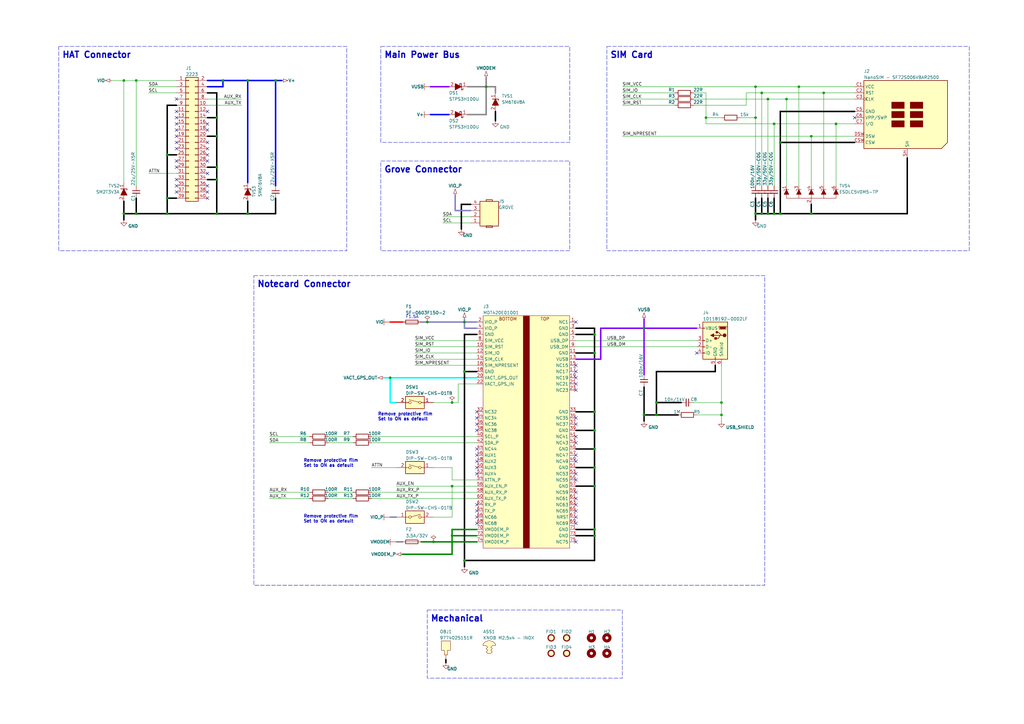
<source format=kicad_sch>
(kicad_sch (version 20230121) (generator eeschema)
  (paper "A3")
  (title_block (title "Notecarrier-Pi") (date "DRAFT") (rev "A") (comment 1 "Blues Inc") (comment 2 "Heath Raftery"))
  (junction (at 50.8 87.63))
  (junction (at 243.84 199.39))
  (junction (at 295.91 165.1))
  (junction (at 243.84 144.78))
  (junction (at 312.42 87.63))
  (junction (at 185.42 219.71))
  (junction (at 88.9 68.58))
  (junction (at 55.88 33.02))
  (junction (at 91.44 33.02))
  (junction (at 264.16 170.18))
  (junction (at 332.74 55.88))
  (junction (at 243.84 184.15))
  (junction (at 88.9 73.66))
  (junction (at 314.96 40.64))
  (junction (at 289.56 48.26))
  (junction (at 68.58 81.28))
  (junction (at 185.42 199.39))
  (junction (at 314.96 87.63))
  (junction (at 190.5 229.87))
  (junction (at 101.6 33.02))
  (junction (at 320.04 58.42))
  (junction (at 160.02 154.94))
  (junction (at 101.6 87.63))
  (junction (at 342.9 50.8))
  (junction (at 317.5 87.63))
  (junction (at 317.5 50.8))
  (junction (at 269.24 165.1))
  (junction (at 309.88 48.26))
  (junction (at 327.66 35.56))
  (junction (at 50.8 33.02))
  (junction (at 243.84 217.17))
  (junction (at 264.16 134.62))
  (junction (at 243.84 219.71))
  (junction (at 190.5 132.08))
  (junction (at 185.42 165.1))
  (junction (at 55.88 87.63))
  (junction (at 177.8 222.25))
  (junction (at 312.42 38.1))
  (junction (at 320.04 87.63))
  (junction (at 88.9 87.63))
  (junction (at 185.42 222.25))
  (junction (at 175.26 132.08))
  (junction (at 337.82 38.1))
  (junction (at 295.91 170.18))
  (junction (at 243.84 176.53))
  (junction (at 68.58 87.63))
  (junction (at 269.24 170.18))
  (junction (at 243.84 191.77))
  (junction (at 322.58 40.64))
  (junction (at 309.88 87.63))
  (junction (at 309.88 35.56))
  (junction (at 113.03 33.02))
  (junction (at 88.9 48.26))
  (junction (at 243.84 168.91))
  (junction (at 88.9 55.88))
  (junction (at 199.39 35.56))
  (junction (at 68.58 63.5))
  (junction (at 332.74 87.63))
  (junction (at 243.84 137.16))
  (junction (at 190.5 152.4))
  (no_connect (at 236.22 207.01))
  (no_connect (at 236.22 186.69))
  (no_connect (at 72.39 66.04))
  (no_connect (at 72.39 76.2))
  (no_connect (at 236.22 212.09))
  (no_connect (at 195.58 176.53))
  (no_connect (at 236.22 196.85))
  (no_connect (at 236.22 160.02))
  (no_connect (at 285.75 144.78))
  (no_connect (at 85.09 58.42))
  (no_connect (at 85.09 76.2))
  (no_connect (at 236.22 194.31))
  (no_connect (at 72.39 58.42))
  (no_connect (at 72.39 45.72))
  (no_connect (at 195.58 184.15))
  (no_connect (at 195.58 186.69))
  (no_connect (at 195.58 173.99))
  (no_connect (at 72.39 55.88))
  (no_connect (at 195.58 212.09))
  (no_connect (at 72.39 48.26))
  (no_connect (at 72.39 50.8))
  (no_connect (at 85.09 66.04))
  (no_connect (at 195.58 207.01))
  (no_connect (at 236.22 149.86))
  (no_connect (at 236.22 173.99))
  (no_connect (at 236.22 204.47))
  (no_connect (at 350.52 48.26))
  (no_connect (at 236.22 189.23))
  (no_connect (at 85.09 50.8))
  (no_connect (at 195.58 191.77))
  (no_connect (at 195.58 214.63))
  (no_connect (at 85.09 81.28))
  (no_connect (at 236.22 209.55))
  (no_connect (at 85.09 78.74))
  (no_connect (at 195.58 189.23))
  (no_connect (at 85.09 45.72))
  (no_connect (at 195.58 194.31))
  (no_connect (at 195.58 171.45))
  (no_connect (at 85.09 63.5))
  (no_connect (at 195.58 209.55))
  (no_connect (at 236.22 152.4))
  (no_connect (at 236.22 222.25))
  (no_connect (at 72.39 68.58))
  (no_connect (at 236.22 132.08))
  (no_connect (at 85.09 53.34))
  (no_connect (at 72.39 60.96))
  (no_connect (at 236.22 154.94))
  (no_connect (at 72.39 78.74))
  (no_connect (at 72.39 40.64))
  (no_connect (at 72.39 53.34))
  (no_connect (at 236.22 181.61))
  (no_connect (at 195.58 168.91))
  (no_connect (at 236.22 171.45))
  (no_connect (at 236.22 201.93))
  (no_connect (at 85.09 60.96))
  (no_connect (at 236.22 157.48))
  (no_connect (at 236.22 214.63))
  (no_connect (at 72.39 73.66))
  (no_connect (at 236.22 179.07))
  (no_connect (at 85.09 71.12))
  (wire (pts (xy 189.23 83.82) (xy 189.23 93.98)) (stroke (width 0.6) (color 0 0 0 1)))
  (wire (pts (xy 246.38 134.62) (xy 246.38 147.32)) (stroke (width 0.6) (color 128 0 255 1)))
  (wire (pts (xy 255.27 38.1) (xy 276.86 38.1)))
  (wire (pts (xy 88.9 55.88) (xy 88.9 68.58)) (stroke (width 0.6) (color 0 0 0 1)))
  (wire (pts (xy 342.9 50.8) (xy 350.52 50.8)))
  (wire (pts (xy 195.58 157.48) (xy 187.96 157.48)))
  (wire (pts (xy 55.88 87.63) (xy 55.88 81.28)) (stroke (width 0.6) (color 0 0 0 1)))
  (wire (pts (xy 185.42 217.17) (xy 185.42 219.71)) (stroke (width 0.6) (color 0 132 0 1)))
  (wire (pts (xy 199.39 31.75) (xy 199.39 35.56)) (stroke (width 0.6) (color 132 132 132 1)))
  (wire (pts (xy 172.72 222.25) (xy 177.8 222.25)) (stroke (width 0.6) (color 0 132 0 1)))
  (wire (pts (xy 293.37 152.4) (xy 293.37 149.86)) (stroke (width 0.6) (color 0 0 0 1)))
  (wire (pts (xy 113.03 33.02) (xy 115.57 33.02)) (stroke (width 0.6) (color 0 0 255 1)))
  (wire (pts (xy 303.53 48.26) (xy 309.88 48.26)))
  (wire (pts (xy 50.8 87.63) (xy 50.8 82.55)) (stroke (width 0.6) (color 0 0 0 1)))
  (wire (pts (xy 289.56 50.8) (xy 317.5 50.8)))
  (wire (pts (xy 269.24 152.4) (xy 293.37 152.4)) (stroke (width 0.6) (color 0 0 0 1)))
  (wire (pts (xy 185.42 199.39) (xy 195.58 199.39)))
  (wire (pts (xy 372.11 87.63) (xy 372.11 64.77)) (stroke (width 0.6) (color 0 0 0 1)))
  (wire (pts (xy 85.09 33.02) (xy 91.44 33.02)) (stroke (width 0.6) (color 0 0 255 1)))
  (wire (pts (xy 189.23 83.82) (xy 193.04 83.82)) (stroke (width 0.6) (color 0 0 0 1)))
  (wire (pts (xy 172.72 132.08) (xy 175.26 132.08)) (stroke (width 0.6) (color 128 128 192 1)))
  (wire (pts (xy 72.39 35.56) (xy 60.96 35.56)))
  (wire (pts (xy 295.91 170.18) (xy 285.75 170.18)))
  (wire (pts (xy 199.39 35.56) (xy 199.39 46.99)) (stroke (width 0.6) (color 132 132 132 1)))
  (wire (pts (xy 88.9 73.66) (xy 85.09 73.66)) (stroke (width 0.6) (color 0 0 0 1)))
  (wire (pts (xy 264.16 134.62) (xy 264.16 130.81)) (stroke (width 0.6) (color 128 0 255 1)))
  (wire (pts (xy 91.44 33.02) (xy 91.44 35.56)) (stroke (width 0.6) (color 0 0 255 1)))
  (wire (pts (xy 269.24 165.1) (xy 279.4 165.1)) (stroke (width 0.6) (color 0 0 0 1)))
  (wire (pts (xy 185.42 219.71) (xy 185.42 222.25)) (stroke (width 0.6) (color 0 132 0 1)))
  (wire (pts (xy 55.88 33.02) (xy 72.39 33.02)))
  (wire (pts (xy 160.02 132.08) (xy 165.1 132.08)) (stroke (width 0.6) (color 255 0 0 1)))
  (wire (pts (xy 185.42 212.09) (xy 185.42 199.39)))
  (wire (pts (xy 264.16 134.62) (xy 285.75 134.62)) (stroke (width 0.6) (color 128 0 255 1)))
  (wire (pts (xy 134.62 201.93) (xy 144.78 201.93)))
  (wire (pts (xy 68.58 43.18) (xy 68.58 63.5)) (stroke (width 0.6) (color 0 0 0 1)))
  (wire (pts (xy 320.04 45.72) (xy 350.52 45.72)) (stroke (width 0.6) (color 0 0 0 1)))
  (wire (pts (xy 246.38 147.32) (xy 236.22 147.32)) (stroke (width 0.6) (color 128 0 255 1)))
  (wire (pts (xy 190.5 134.62) (xy 190.5 132.08)) (stroke (width 0.6) (color 128 128 192 1)))
  (wire (pts (xy 243.84 191.77) (xy 243.84 199.39)) (stroke (width 0.6) (color 0 0 0 1)))
  (wire (pts (xy 243.84 134.62) (xy 243.84 137.16)) (stroke (width 0.6) (color 0 0 0 1)))
  (wire (pts (xy 264.16 172.72) (xy 264.16 170.18)) (stroke (width 0.6) (color 0 0 0 1)))
  (wire (pts (xy 312.42 38.1) (xy 337.82 38.1)))
  (wire (pts (xy 160.02 212.09) (xy 162.56 212.09)) (stroke (width 0.6) (color 128 128 192 1)))
  (wire (pts (xy 269.24 152.4) (xy 269.24 165.1)) (stroke (width 0.6) (color 0 0 0 1)))
  (wire (pts (xy 162.56 222.25) (xy 165.1 222.25)) (stroke (width 0.6) (color 132 132 132 1)))
  (wire (pts (xy 182.88 270.51) (xy 182.88 271.78)) (stroke (width 0.6) (color 0 0 0 1)))
  (wire (pts (xy 203.2 49.53) (xy 203.2 45.72)) (stroke (width 0.6) (color 0 0 0 1)))
  (wire (pts (xy 284.48 40.64) (xy 314.96 40.64)))
  (wire (pts (xy 113.03 81.28) (xy 113.03 87.63)) (stroke (width 0.6) (color 0 0 0 1)))
  (wire (pts (xy 134.62 181.61) (xy 144.78 181.61)))
  (wire (pts (xy 332.74 55.88) (xy 332.74 76.2)))
  (wire (pts (xy 190.5 137.16) (xy 190.5 152.4)) (stroke (width 0.6) (color 0 0 0 1)))
  (wire (pts (xy 110.49 204.47) (xy 127 204.47)))
  (wire (pts (xy 236.22 134.62) (xy 243.84 134.62)) (stroke (width 0.6) (color 0 0 0 1)))
  (wire (pts (xy 185.42 219.71) (xy 195.58 219.71)) (stroke (width 0.6) (color 0 132 0 1)))
  (wire (pts (xy 236.22 184.15) (xy 243.84 184.15)) (stroke (width 0.6) (color 0 0 0 1)))
  (wire (pts (xy 91.44 35.56) (xy 85.09 35.56)) (stroke (width 0.6) (color 0 0 255 1)))
  (wire (pts (xy 284.48 43.18) (xy 306.07 43.18)))
  (wire (pts (xy 199.39 35.56) (xy 191.77 35.56)) (stroke (width 0.6) (color 132 132 132 1)))
  (wire (pts (xy 91.44 33.02) (xy 101.6 33.02)) (stroke (width 0.6) (color 0 0 255 1)))
  (wire (pts (xy 186.69 86.36) (xy 193.04 86.36)) (stroke (width 0.6) (color 128 128 192 1)))
  (wire (pts (xy 332.74 87.63) (xy 372.11 87.63)) (stroke (width 0.6) (color 0 0 0 1)))
  (wire (pts (xy 110.49 179.07) (xy 127 179.07)))
  (wire (pts (xy 243.84 184.15) (xy 243.84 191.77)) (stroke (width 0.6) (color 0 0 0 1)))
  (wire (pts (xy 101.6 87.63) (xy 113.03 87.63)) (stroke (width 0.6) (color 0 0 0 1)))
  (wire (pts (xy 322.58 76.2) (xy 322.58 40.64)))
  (wire (pts (xy 170.18 139.7) (xy 195.58 139.7)))
  (wire (pts (xy 337.82 38.1) (xy 337.82 76.2)))
  (wire (pts (xy 190.5 130.81) (xy 190.5 132.08)) (stroke (width 0.6) (color 128 128 192 1)))
  (wire (pts (xy 184.15 46.99) (xy 176.53 46.99)) (stroke (width 0.6) (color 0 0 255 1)))
  (wire (pts (xy 269.24 165.1) (xy 269.24 170.18)) (stroke (width 0.6) (color 0 0 0 1)))
  (wire (pts (xy 152.4 191.77) (xy 162.56 191.77)))
  (wire (pts (xy 50.8 33.02) (xy 55.88 33.02)))
  (wire (pts (xy 72.39 43.18) (xy 68.58 43.18)) (stroke (width 0.6) (color 0 0 0 1)))
  (wire (pts (xy 160.02 165.1) (xy 162.56 165.1)) (stroke (width 0.6) (color 0 255 255 1)))
  (wire (pts (xy 320.04 87.63) (xy 332.74 87.63)) (stroke (width 0.6) (color 0 0 0 1)))
  (wire (pts (xy 72.39 38.1) (xy 60.96 38.1)))
  (wire (pts (xy 255.27 55.88) (xy 332.74 55.88)))
  (wire (pts (xy 243.84 199.39) (xy 243.84 217.17)) (stroke (width 0.6) (color 0 0 0 1)))
  (wire (pts (xy 160.02 154.94) (xy 195.58 154.94)) (stroke (width 0.6) (color 0 255 255 1)))
  (wire (pts (xy 177.8 191.77) (xy 185.42 191.77)))
  (wire (pts (xy 55.88 87.63) (xy 68.58 87.63)) (stroke (width 0.6) (color 0 0 0 1)))
  (wire (pts (xy 255.27 43.18) (xy 276.86 43.18)))
  (wire (pts (xy 332.74 83.82) (xy 332.74 87.63)) (stroke (width 0.6) (color 0 0 0 1)))
  (wire (pts (xy 236.22 219.71) (xy 243.84 219.71)) (stroke (width 0.6) (color 0 0 0 1)))
  (wire (pts (xy 289.56 48.26) (xy 289.56 50.8)))
  (wire (pts (xy 152.4 204.47) (xy 195.58 204.47)))
  (wire (pts (xy 113.03 33.02) (xy 101.6 33.02)) (stroke (width 0.6) (color 0 0 255 1)))
  (wire (pts (xy 187.96 157.48) (xy 187.96 165.1)))
  (wire (pts (xy 88.9 55.88) (xy 85.09 55.88)) (stroke (width 0.6) (color 0 0 0 1)))
  (wire (pts (xy 134.62 204.47) (xy 144.78 204.47)))
  (wire (pts (xy 190.5 229.87) (xy 190.5 232.41)) (stroke (width 0.6) (color 0 0 0 1)))
  (wire (pts (xy 190.5 229.87) (xy 243.84 229.87)) (stroke (width 0.6) (color 0 0 0 1)))
  (wire (pts (xy 309.88 35.56) (xy 327.66 35.56)))
  (wire (pts (xy 284.48 38.1) (xy 289.56 38.1)))
  (wire (pts (xy 157.48 154.94) (xy 160.02 154.94)) (stroke (width 0.6) (color 0 255 255 1)))
  (wire (pts (xy 170.18 142.24) (xy 195.58 142.24)))
  (wire (pts (xy 68.58 63.5) (xy 68.58 81.28)) (stroke (width 0.6) (color 0 0 0 1)))
  (wire (pts (xy 110.49 181.61) (xy 127 181.61)))
  (wire (pts (xy 177.8 212.09) (xy 185.42 212.09)))
  (wire (pts (xy 68.58 87.63) (xy 88.9 87.63)) (stroke (width 0.6) (color 0 0 0 1)))
  (wire (pts (xy 327.66 35.56) (xy 327.66 76.2)))
  (wire (pts (xy 85.09 40.64) (xy 99.06 40.64)))
  (wire (pts (xy 110.49 201.93) (xy 127 201.93)))
  (wire (pts (xy 332.74 55.88) (xy 350.52 55.88)))
  (wire (pts (xy 236.22 137.16) (xy 243.84 137.16)) (stroke (width 0.6) (color 0 0 0 1)))
  (wire (pts (xy 309.88 48.26) (xy 309.88 76.2)))
  (wire (pts (xy 236.22 144.78) (xy 243.84 144.78)) (stroke (width 0.6) (color 0 0 0 1)))
  (wire (pts (xy 160.02 154.94) (xy 160.02 165.1)) (stroke (width 0.6) (color 0 255 255 1)))
  (wire (pts (xy 203.2 35.56) (xy 199.39 35.56)) (stroke (width 0.6) (color 132 132 132 1)))
  (wire (pts (xy 284.48 165.1) (xy 295.91 165.1)))
  (wire (pts (xy 243.84 144.78) (xy 243.84 168.91)) (stroke (width 0.6) (color 0 0 0 1)))
  (wire (pts (xy 152.4 179.07) (xy 195.58 179.07)))
  (wire (pts (xy 185.42 196.85) (xy 195.58 196.85)))
  (wire (pts (xy 317.5 50.8) (xy 317.5 76.2)))
  (wire (pts (xy 312.42 81.28) (xy 312.42 87.63)) (stroke (width 0.6) (color 0 0 0 1)))
  (wire (pts (xy 320.04 58.42) (xy 350.52 58.42)) (stroke (width 0.6) (color 0 0 0 1)))
  (wire (pts (xy 317.5 81.28) (xy 317.5 87.63)) (stroke (width 0.6) (color 0 0 0 1)))
  (wire (pts (xy 176.53 35.56) (xy 184.15 35.56)) (stroke (width 0.6) (color 128 0 255 1)))
  (wire (pts (xy 88.9 68.58) (xy 85.09 68.58)) (stroke (width 0.6) (color 0 0 0 1)))
  (wire (pts (xy 185.42 222.25) (xy 185.42 227.33)) (stroke (width 0.6) (color 0 132 0 1)))
  (wire (pts (xy 101.6 82.55) (xy 101.6 87.63)) (stroke (width 0.6) (color 0 0 0 1)))
  (wire (pts (xy 309.88 35.56) (xy 309.88 48.26)))
  (wire (pts (xy 306.07 38.1) (xy 306.07 43.18)))
  (wire (pts (xy 175.26 132.08) (xy 190.5 132.08)) (stroke (width 0.6) (color 128 128 192 1)))
  (wire (pts (xy 162.56 199.39) (xy 185.42 199.39)))
  (wire (pts (xy 170.18 149.86) (xy 195.58 149.86)))
  (wire (pts (xy 185.42 191.77) (xy 185.42 196.85)))
  (wire (pts (xy 68.58 81.28) (xy 68.58 87.63)) (stroke (width 0.6) (color 0 0 0 1)))
  (wire (pts (xy 88.9 87.63) (xy 101.6 87.63)) (stroke (width 0.6) (color 0 0 0 1)))
  (wire (pts (xy 236.22 139.7) (xy 285.75 139.7)))
  (wire (pts (xy 55.88 33.02) (xy 55.88 76.2)))
  (wire (pts (xy 322.58 40.64) (xy 350.52 40.64)))
  (wire (pts (xy 186.69 80.01) (xy 186.69 86.36)) (stroke (width 0.6) (color 128 128 192 1)))
  (wire (pts (xy 243.84 168.91) (xy 243.84 176.53)) (stroke (width 0.6) (color 0 0 0 1)))
  (wire (pts (xy 68.58 63.5) (xy 72.39 63.5)) (stroke (width 0.6) (color 0 0 0 1)))
  (wire (pts (xy 187.96 165.1) (xy 185.42 165.1)))
  (wire (pts (xy 88.9 73.66) (xy 88.9 87.63)) (stroke (width 0.6) (color 0 0 0 1)))
  (wire (pts (xy 309.88 87.63) (xy 312.42 87.63)) (stroke (width 0.6) (color 0 0 0 1)))
  (wire (pts (xy 314.96 76.2) (xy 314.96 40.64)))
  (wire (pts (xy 190.5 137.16) (xy 195.58 137.16)) (stroke (width 0.6) (color 0 0 0 1)))
  (wire (pts (xy 314.96 81.28) (xy 314.96 87.63)) (stroke (width 0.6) (color 0 0 0 1)))
  (wire (pts (xy 190.5 152.4) (xy 195.58 152.4)) (stroke (width 0.6) (color 0 0 0 1)))
  (wire (pts (xy 88.9 38.1) (xy 88.9 48.26)) (stroke (width 0.6) (color 0 0 0 1)))
  (wire (pts (xy 264.16 158.75) (xy 264.16 170.18)) (stroke (width 0.6) (color 0 0 0 1)))
  (wire (pts (xy 185.42 217.17) (xy 195.58 217.17)) (stroke (width 0.6) (color 0 132 0 1)))
  (wire (pts (xy 243.84 137.16) (xy 243.84 144.78)) (stroke (width 0.6) (color 0 0 0 1)))
  (wire (pts (xy 255.27 35.56) (xy 309.88 35.56)))
  (wire (pts (xy 236.22 199.39) (xy 243.84 199.39)) (stroke (width 0.6) (color 0 0 0 1)))
  (wire (pts (xy 190.5 132.08) (xy 195.58 132.08)) (stroke (width 0.6) (color 128 128 192 1)))
  (wire (pts (xy 193.04 91.44) (xy 181.61 91.44)))
  (wire (pts (xy 295.91 165.1) (xy 295.91 149.86)))
  (wire (pts (xy 199.39 46.99) (xy 191.77 46.99)) (stroke (width 0.6) (color 132 132 132 1)))
  (wire (pts (xy 185.42 222.25) (xy 195.58 222.25)) (stroke (width 0.6) (color 0 132 0 1)))
  (wire (pts (xy 45.72 33.02) (xy 50.8 33.02)))
  (wire (pts (xy 170.18 144.78) (xy 195.58 144.78)))
  (wire (pts (xy 295.91 165.1) (xy 295.91 170.18)))
  (wire (pts (xy 236.22 217.17) (xy 243.84 217.17)) (stroke (width 0.6) (color 0 0 0 1)))
  (wire (pts (xy 152.4 201.93) (xy 195.58 201.93)))
  (wire (pts (xy 309.88 87.63) (xy 309.88 90.17)) (stroke (width 0.6) (color 0 0 0 1)))
  (wire (pts (xy 243.84 176.53) (xy 243.84 184.15)) (stroke (width 0.6) (color 0 0 0 1)))
  (wire (pts (xy 327.66 35.56) (xy 350.52 35.56)))
  (wire (pts (xy 152.4 181.61) (xy 195.58 181.61)))
  (wire (pts (xy 113.03 33.02) (xy 113.03 76.2)) (stroke (width 0.6) (color 0 0 255 1)))
  (wire (pts (xy 314.96 40.64) (xy 322.58 40.64)))
  (wire (pts (xy 88.9 48.26) (xy 85.09 48.26)) (stroke (width 0.6) (color 0 0 0 1)))
  (wire (pts (xy 312.42 87.63) (xy 314.96 87.63)) (stroke (width 0.6) (color 0 0 0 1)))
  (wire (pts (xy 170.18 147.32) (xy 195.58 147.32)))
  (wire (pts (xy 317.5 87.63) (xy 320.04 87.63)) (stroke (width 0.6) (color 0 0 0 1)))
  (wire (pts (xy 312.42 38.1) (xy 312.42 76.2)))
  (wire (pts (xy 88.9 38.1) (xy 85.09 38.1)) (stroke (width 0.6) (color 0 0 0 1)))
  (wire (pts (xy 193.04 88.9) (xy 181.61 88.9)))
  (wire (pts (xy 236.22 191.77) (xy 243.84 191.77)) (stroke (width 0.6) (color 0 0 0 1)))
  (wire (pts (xy 50.8 87.63) (xy 55.88 87.63)) (stroke (width 0.6) (color 0 0 0 1)))
  (wire (pts (xy 342.9 50.8) (xy 342.9 76.2)))
  (wire (pts (xy 243.84 217.17) (xy 243.84 219.71)) (stroke (width 0.6) (color 0 0 0 1)))
  (wire (pts (xy 72.39 71.12) (xy 60.96 71.12)))
  (wire (pts (xy 50.8 33.02) (xy 50.8 74.93)))
  (wire (pts (xy 264.16 153.67) (xy 264.16 134.62)) (stroke (width 0.6) (color 128 0 255 1)))
  (wire (pts (xy 246.38 134.62) (xy 264.16 134.62)) (stroke (width 0.6) (color 128 0 255 1)))
  (wire (pts (xy 85.09 43.18) (xy 99.06 43.18)))
  (wire (pts (xy 50.8 87.63) (xy 50.8 90.17)) (stroke (width 0.6) (color 0 0 0 1)))
  (wire (pts (xy 289.56 38.1) (xy 289.56 48.26)))
  (wire (pts (xy 314.96 87.63) (xy 317.5 87.63)) (stroke (width 0.6) (color 0 0 0 1)))
  (wire (pts (xy 88.9 48.26) (xy 88.9 55.88)) (stroke (width 0.6) (color 0 0 0 1)))
  (wire (pts (xy 134.62 179.07) (xy 144.78 179.07)))
  (wire (pts (xy 320.04 58.42) (xy 320.04 45.72)) (stroke (width 0.6) (color 0 0 0 1)))
  (wire (pts (xy 177.8 222.25) (xy 185.42 222.25)) (stroke (width 0.6) (color 0 132 0 1)))
  (wire (pts (xy 243.84 219.71) (xy 243.84 229.87)) (stroke (width 0.6) (color 0 0 0 1)))
  (wire (pts (xy 101.6 33.02) (xy 101.6 74.93)) (stroke (width 0.6) (color 0 0 255 1)))
  (wire (pts (xy 295.91 170.18) (xy 295.91 172.72)))
  (wire (pts (xy 165.1 227.33) (xy 185.42 227.33)) (stroke (width 0.6) (color 0 132 0 1)))
  (wire (pts (xy 306.07 38.1) (xy 312.42 38.1)))
  (wire (pts (xy 264.16 170.18) (xy 269.24 170.18)) (stroke (width 0.6) (color 0 0 0 1)))
  (wire (pts (xy 190.5 134.62) (xy 195.58 134.62)) (stroke (width 0.6) (color 128 128 192 1)))
  (wire (pts (xy 269.24 170.18) (xy 278.13 170.18)) (stroke (width 0.6) (color 0 0 0 1)))
  (wire (pts (xy 190.5 152.4) (xy 190.5 229.87)) (stroke (width 0.6) (color 0 0 0 1)))
  (wire (pts (xy 185.42 165.1) (xy 177.8 165.1)))
  (wire (pts (xy 320.04 58.42) (xy 320.04 87.63)) (stroke (width 0.6) (color 0 0 0 1)))
  (wire (pts (xy 203.2 35.56) (xy 203.2 38.1)) (stroke (width 0.6) (color 132 132 132 1)))
  (wire (pts (xy 255.27 40.64) (xy 276.86 40.64)))
  (wire (pts (xy 317.5 50.8) (xy 342.9 50.8)))
  (wire (pts (xy 309.88 81.28) (xy 309.88 87.63)) (stroke (width 0.6) (color 0 0 0 1)))
  (wire (pts (xy 236.22 142.24) (xy 285.75 142.24)))
  (wire (pts (xy 289.56 48.26) (xy 295.91 48.26)))
  (wire (pts (xy 236.22 168.91) (xy 243.84 168.91)) (stroke (width 0.6) (color 0 0 0 1)))
  (wire (pts (xy 236.22 176.53) (xy 243.84 176.53)) (stroke (width 0.6) (color 0 0 0 1)))
  (wire (pts (xy 337.82 38.1) (xy 350.52 38.1)))
  (wire (pts (xy 88.9 68.58) (xy 88.9 73.66)) (stroke (width 0.6) (color 0 0 0 1)))
  (wire (pts (xy 68.58 81.28) (xy 72.39 81.28)) (stroke (width 0.6) (color 0 0 0 1)))
  (rectangle (start 156.21 66.04) (end 233.68 102.87) (stroke (width 0) (type dash)))
  (rectangle (start 175.26 250.19) (end 255.27 278.13) (stroke (width 0) (type dash)))
  (rectangle (start 248.92 19.05) (end 397.51 102.87) (stroke (width 0) (type dash)))
  (rectangle (start 156.21 19.05) (end 233.68 58.42) (stroke (width 0) (type dash)))
  (rectangle (start 24.13 19.05) (end 142.24 102.87) (stroke (width 0) (type dash)))
  (rectangle (start 104.14 113.03) (end 313.69 240.03) (stroke (width 0) (type dash)))
  (text "Main Power Bus" (at 157.48 24.13 0) (effects (font (size 2.54 2.54) (thickness 0.508) bold) (justify left bottom)))
  (text "Remove protective film\nSet to ON as default" (at 154.94 172.72 0) (effects (font (size 1.27 1.27) (thickness 0.254) bold) (justify left bottom)))
  (text "Mechanical" (at 176.53 255.27 0) (effects (font (size 2.54 2.54) (thickness 0.508) bold) (justify left bottom)))
  (text "Remove protective film\nSet to ON as default" (at 124.46 191.77 0) (effects (font (size 1.27 1.27) (thickness 0.254) bold) (justify left bottom)))
  (text "Remove protective film\nSet to ON as default" (at 124.46 214.63 0) (effects (font (size 1.27 1.27) (thickness 0.254) bold) (justify left bottom)))
  (text "Grove Connector" (at 157.48 71.12 0) (effects (font (size 2.54 2.54) (thickness 0.508) bold) (justify left bottom)))
  (text "HAT Connector" (at 25.4 24.13 0) (effects (font (size 2.54 2.54) (thickness 0.508) bold) (justify left bottom)))
  (text "F1.5A" (at 166.37 130.81 0) (effects (font (size 1.27 1.27)) (justify left bottom)))
  (text "Notecard Connector" (at 105.41 118.11 0) (effects (font (size 2.54 2.54) (thickness 0.508) bold) (justify left bottom)))
  (text "SIM Card" (at 250.19 24.13 0) (effects (font (size 2.54 2.54) (thickness 0.508) bold) (justify left bottom)))
  (label "SIM_NPRESENT" (at 255.27 55.88 0))
  (label "AUX_RX" (at 99.06 40.64 180))
  (label "SDA" (at 60.96 35.56 0))
  (label "SIM_VCC" (at 170.18 139.7 0))
  (label "SCL" (at 110.49 179.07 0))
  (label "SIM_IO" (at 170.18 144.78 0))
  (label "AUX_RX_P" (at 162.56 201.93 0))
  (label "USB_DP" (at 248.92 139.7 0))
  (label "SDA" (at 110.49 181.61 0))
  (label "AUX_TX" (at 110.49 204.47 0))
  (label "AUX_RX" (at 110.49 201.93 0))
  (label "AUX_EN" (at 162.56 199.39 0))
  (label "USB_DM" (at 248.92 142.24 0))
  (label "SCL" (at 60.96 38.1 0))
  (label "SDA" (at 181.61 88.9 0))
  (label "SIM_IO" (at 255.27 38.1 0))
  (label "SIM_RST" (at 170.18 142.24 0))
  (label "AUX_TX_P" (at 162.56 204.47 0))
  (label "SIM_VCC" (at 255.27 35.56 0))
  (label "SIM_RST" (at 255.27 43.18 0))
  (label "SCL" (at 181.61 91.44 0))
  (label "AUX_TX" (at 99.06 43.18 180))
  (label "ATTN" (at 152.4 191.77 0))
  (label "SIM_CLK" (at 255.27 40.64 0))
  (label "SIM_NPRESENT" (at 170.18 149.86 0))
  (label "SIM_CLK" (at 170.18 147.32 0))
  (label "ATTN" (at 60.96 71.12 0))
  (symbol (lib_id "Device:Fuse") (at 168.91 222.25 90) (unit 1)
    (property "Reference" "F2" (at 167.64 217.17 90))
    (property "Value" "3.5A/32V" (at 166.37 219.71 90) (effects (justify right)))
    (property "Footprint" "blues-kicad-lib:FS-0603" (effects hide))
    (property "Description" "FUSE FAST 3.5A 32V 0603 0603SFV350F/32-2 LITTELFUSE SMT" (effects hide))
    (property "MPN" "0603SFV350F/32-2" (effects hide))
    (property "Pkg Type" "SMD" (effects hide))
    (property "Temperature" "-55°..+125°" (effects hide))
    (property "Caratteristiche" "3.5A/32V" (effects hide))
    (property "Distributor" "FAE" (effects hide))
  )
  (symbol (lib_id "blues-kicad-lib:mechanical_Standoff_Pad") (at 182.88 266.7 0) (unit 1)
    (property "Reference" "OBJ1" (at 180.34 259.08 0) (effects (justify left)))
    (property "Value" "9774025151R" (at 180.34 261.62 0) (effects (justify left)))
    (property "Footprint" "blues-kicad-lib:DIST-WASMSIM0250" (effects hide))
    (property "Description" "DISTANZ. CIL. METALLO 5.1X2.5 9774025151R W.E SMT" (effects hide))
    (property "Pkg Type" "SMD" (effects hide))
    (property "Caratteristiche" "M2.5" (effects hide))
    (property "Distributor" "FAE" (effects hide))
  )
  (symbol (lib_id "Device:C_Small") (at 312.42 78.74 0) (unit 1)
    (property "Reference" "C4" (at 311.15 85.09 90) (effects (justify left)))
    (property "Value" "33p/50V-C0G" (at 311.15 76.2 90) (effects (justify left)))
    (property "Footprint" "blues-kicad-lib:CS-C-0402" (effects hide))
    (property "Description" "CHIP CAP.CER. 33pF 50V 5% C0G 0402" (effects hide))
    (property "Caratteristiche" "C0G" (effects hide))
    (property "Pkg Type" "SMD" (effects hide))
    (property "Distributor" "FAE" (effects hide))
  )
  (symbol (lib_id "Device:C_Small") (at 317.5 78.74 0) (unit 1)
    (property "Reference" "C6" (at 316.23 85.09 90) (effects (justify left)))
    (property "Value" "33p/50V-C0G" (at 316.23 76.2 90) (effects (justify left)))
    (property "Footprint" "blues-kicad-lib:CS-C-0402" (effects hide))
    (property "Description" "CHIP CAP.CER. 33pF 50V 5% C0G 0402" (effects hide))
    (property "Caratteristiche" "C0G" (effects hide))
    (property "Pkg Type" "SMD" (effects hide))
    (property "Distributor" "FAE" (effects hide))
  )
  (symbol (lib_id "blues-kicad-lib:power_V+_Sink") (at 176.53 46.99 90) (unit 1)
    (property "Reference" "#PWR018" (effects hide))
    (property "Value" "V+" (at 173.99 46.99 90) (effects (font bold) (justify left)))
  )
  (symbol (lib_id "blues-kicad-lib:power_V+_Source") (at 115.57 33.02 270) (unit 1)
    (property "Reference" "#PWR011" (effects hide))
    (property "Value" "V+" (at 118.11 33.02 90) (effects (font bold) (justify left)))
  )
  (symbol (lib_id "Device:C_Small") (at 113.03 78.74 0) (unit 1)
    (property "Reference" "C2" (at 111.76 82.55 90) (effects (justify left)))
    (property "Value" "22u/25V-X5R" (at 111.76 76.2 90) (effects (justify left)))
    (property "Footprint" "blues-kicad-lib:CS-C-1206" (effects hide))
    (property "Description" "CHIP CAP.CER. 22uF 25V 10% X5R 1206" (effects hide))
    (property "Pkg Type" "SMD" (effects hide))
    (property "Caratteristiche" "X5R" (effects hide))
    (property "Distributor" "FAE" (effects hide))
    (property "Temperature" "-55°..+85°" (effects hide))
  )
  (symbol (lib_id "blues-kicad-lib:power_VUSB_Sink") (at 176.53 35.56 90) (mirror x) (unit 1)
    (property "Reference" "#PWR014" (effects hide))
    (property "Value" "VUSB" (at 173.99 35.56 90) (effects (font bold) (justify left)))
  )
  (symbol (lib_id "blues-kicad-lib:power_USB_SHIELD") (at 295.91 172.72 0) (unit 1)
    (property "Reference" "#PWR010" (effects hide))
    (property "Value" "USB_SHIELD" (at 303.53 175.26 0) (effects (font bold)))
  )
  (symbol (lib_name "SM6T6V8A_1") (lib_id "blues-kicad-lib:SM6T6V8A") (at 203.2 41.91 270) (unit 1)
    (property "Reference" "TVS1" (at 205.74 39.37 90) (effects (justify left)))
    (property "Value" "SM6T6V8A" (at 205.74 41.91 90) (effects (justify left)))
    (property "Footprint" "blues-kicad-lib:SMB" (effects hide))
    (property "Datasheet" "https://www.st.com/resource/en/datasheet/sm6t.pdf" (effects hide))
    (property "Caratteristiche" "57A/6.8V/600W" (effects hide))
    (property "Description" "DIODO TVS TRANSIL UNIDIR. 600W 6.8V SM6T6V8A SMB SMT" (effects hide))
    (property "Note" "Unidirezionale" (effects hide))
    (property "Pkg Type" "SMD" (effects hide))
    (property "Distributor" "FAE" (effects hide))
  )
  (symbol (lib_id "Device:R") (at 280.67 38.1 90) (unit 1)
    (property "Reference" "R1" (at 276.86 36.83 90) (effects (justify left)))
    (property "Value" "22R" (at 288.29 36.83 90) (effects (justify left)))
    (property "Footprint" "blues-kicad-lib:RS-0603" (effects hide))
    (property "Description" "CHIP RES. 22R 0603 1/16W 1%" (effects hide))
    (property "Caratteristiche" "1%" (effects hide))
    (property "Pkg Type" "SMD" (effects hide))
    (property "Distributor" "FAE" (effects hide))
  )
  (symbol (lib_id "blues-kicad-lib:power_VIO") (at 160.02 132.08 90) (unit 1)
    (property "Reference" "#PWR01" (effects hide))
    (property "Value" "VIO" (at 157.48 132.08 90) (effects (font bold) (justify left)))
  )
  (symbol (lib_id "power:GND") (at 264.16 172.72 0) (unit 1)
    (property "Reference" "#PWR09" (effects hide))
    (property "Value" "GND" (at 267.97 175.26 0) (effects (font bold)))
  )
  (symbol (lib_id "Device:R") (at 130.81 204.47 90) (mirror x) (unit 1)
    (property "Reference" "R12" (at 127 203.2 90) (effects (justify left)))
    (property "Value" "100R" (at 138.43 203.2 90) (effects (justify left)))
    (property "Footprint" "blues-kicad-lib:RS-0402" (effects hide))
    (property "Description" "CHIP RES. 100R 0402 1/16W 1%" (effects hide))
    (property "Pkg Type" "SMD" (effects hide))
    (property "Caratteristiche" "1%" (effects hide))
    (property "Distributor" "FAE" (effects hide))
  )
  (symbol (lib_id "Switch:SW_DIP_x01") (at 170.18 212.09 0) (unit 1)
    (property "Reference" "DSW2" (at 166.37 205.74 0) (effects (justify left)))
    (property "Value" "DIP-SW-CHS-01TB" (at 166.37 208.28 0) (effects (justify left)))
    (property "Footprint" "blues-kicad-lib:DSS-CHS-01TB" (effects hide))
    (property "Description" "DIP SWITCH 1P/D BLACK CHS-01TB COPAL SMT" (effects hide))
    (property "Temperature" "-40°..+85°" (effects hide))
    (property "Pkg Type" "SMD" (effects hide))
    (property "Caratteristiche" "1P" (effects hide))
    (property "Distributor" "FAE" (effects hide))
  )
  (symbol (lib_id "Device:R") (at 130.81 179.07 90) (mirror x) (unit 1)
    (property "Reference" "R6" (at 125.73 177.8 90) (effects (justify left)))
    (property "Value" "100R" (at 138.43 177.8 90) (effects (justify left)))
    (property "Footprint" "blues-kicad-lib:RS-0402" (effects hide))
    (property "Description" "CHIP RES. 100R 0402 1/16W 1%" (effects hide))
    (property "Pkg Type" "SMD" (effects hide))
    (property "Caratteristiche" "1%" (effects hide))
    (property "Distributor" "FAE" (effects hide))
  )
  (symbol (lib_id "power:GND") (at 309.88 90.17 0) (unit 1)
    (property "Reference" "#PWR020" (effects hide))
    (property "Value" "GND" (at 312.42 92.71 0))
  )
  (symbol (lib_id "Device:R") (at 280.67 43.18 90) (unit 1)
    (property "Reference" "R2" (at 276.86 41.91 90) (effects (justify left)))
    (property "Value" "22R" (at 288.29 41.91 90) (effects (justify left)))
    (property "Footprint" "blues-kicad-lib:RS-0603" (effects hide))
    (property "Description" "CHIP RES. 22R 0603 1/16W 1%" (effects hide))
    (property "Caratteristiche" "1%" (effects hide))
    (property "Pkg Type" "SMD" (effects hide))
    (property "Distributor" "FAE" (effects hide))
  )
  (symbol (lib_id "power:PWR_FLAG") (at 185.42 165.1 0) (unit 1)
    (property "Reference" "#FLG03" (effects hide))
    (property "Value" "PWR_FLAG" (effects hide))
  )
  (symbol (lib_id "power:PWR_FLAG") (at 175.26 132.08 0) (unit 1)
    (property "Reference" "#FLG01" (effects hide))
    (property "Value" "PWR_FLAG" (effects hide))
  )
  (symbol (lib_id "Device:R") (at 299.72 48.26 90) (unit 1)
    (property "Reference" "R4" (at 292.1 46.99 90) (effects (justify right)))
    (property "Value" "15k" (at 303.53 46.99 90) (effects (justify right)))
    (property "Footprint" "blues-kicad-lib:RS-0402" (effects hide))
    (property "Description" "CHIP RES. 15K 0402 1/16W 1%" (effects hide))
    (property "Caratteristiche" "1%" (effects hide))
    (property "Pkg Type" "SMD" (effects hide))
    (property "Temperature" "-55°..+155°" (effects hide))
    (property "Distributor" "FAE" (effects hide))
  )
  (symbol (lib_id "Device:R") (at 148.59 181.61 90) (mirror x) (unit 1)
    (property "Reference" "R9" (at 143.51 180.34 90) (effects (justify left)))
    (property "Value" "100R" (at 156.21 180.34 90) (effects (justify left)))
    (property "Footprint" "blues-kicad-lib:RS-0402" (effects hide))
    (property "Description" "CHIP RES. 100R 0402 1/16W 1%" (effects hide))
    (property "Pkg Type" "SMD" (effects hide))
    (property "Caratteristiche" "1%" (effects hide))
    (property "Distributor" "FAE" (effects hide))
  )
  (symbol (lib_id "Device:C_Small") (at 314.96 78.74 0) (unit 1)
    (property "Reference" "C5" (at 313.69 85.09 90) (effects (justify left)))
    (property "Value" "33p/50V-C0G" (at 313.69 76.2 90) (effects (justify left)))
    (property "Footprint" "blues-kicad-lib:CS-C-0402" (effects hide))
    (property "Description" "CHIP CAP.CER. 33pF 50V 5% C0G 0402" (effects hide))
    (property "Caratteristiche" "C0G" (effects hide))
    (property "Pkg Type" "SMD" (effects hide))
    (property "Distributor" "FAE" (effects hide))
  )
  (symbol (lib_id "Device:R") (at 148.59 204.47 90) (mirror x) (unit 1)
    (property "Reference" "R13" (at 144.78 203.2 90) (effects (justify left)))
    (property "Value" "100R" (at 156.21 203.2 90) (effects (justify left)))
    (property "Footprint" "blues-kicad-lib:RS-0402" (effects hide))
    (property "Description" "CHIP RES. 100R 0402 1/16W 1%" (effects hide))
    (property "Pkg Type" "SMD" (effects hide))
    (property "Caratteristiche" "1%" (effects hide))
    (property "Distributor" "FAE" (effects hide))
  )
  (symbol (lib_id "Device:D_Schottky_Filled") (at 187.96 46.99 180) (unit 1)
    (property "Reference" "DS2" (at 184.15 49.53 0) (effects (justify right)))
    (property "Value" "STPS3H100U" (at 184.15 52.07 0) (effects (justify right)))
    (property "Footprint" "blues-kicad-lib:SMB" (effects hide))
    (property "Description" "DIODE SCHOTTKY 3A 100V STPS3H100U SMB SMT" (effects hide))
    (property "MPN" "STPS3H100U" (effects hide))
    (property "Pkg Type" "SMD" (effects hide))
    (property "Caratteristiche" "3A/100V" (effects hide))
    (property "Distributor" "FAE" (effects hide))
  )
  (symbol (lib_id "blues-kicad-lib:PESD5V0L5UV") (at 332.74 78.74 0) (unit 1)
    (property "Reference" "TVS4" (at 344.17 76.2 0) (effects (justify left)))
    (property "Value" "ESDLC5V0M5-TP" (at 344.17 78.74 0) (effects (justify left)))
    (property "Footprint" "blues-kicad-lib:SOT666_NO-SILK" (effects hide))
    (property "Description" "DIODO TVS TRANSIL UNIDIR. 20W 5V ESDLC5V0M5-TP SOT563 SMT" (effects hide))
    (property "Caratteristiche" "1.6A/5V/20W" (effects hide))
    (property "Note" "Cmax=10pF - SIM" (effects hide))
    (property "Pkg Type" "SMD" (effects hide))
    (property "Temperature" "-65°..+150°" (effects hide))
    (property "Distributor" "FAE" (effects hide))
  )
  (symbol (lib_id "blues-kicad-lib:power_VIO_Source") (at 45.72 33.02 90) (unit 1)
    (property "Reference" "#PWR012" (effects hide))
    (property "Value" "VIO" (at 43.18 33.02 90) (effects (font bold) (justify left)))
  )
  (symbol (lib_id "Mechanical:Fiducial") (at 232.41 267.97 0) (unit 1)
    (property "Reference" "FID4" (at 232.41 265.43 0))
    (property "Value" "TPS" (effects hide))
    (property "Footprint" "blues-kicad-lib:FIDUCIAL" (effects hide))
    (property "Description" "FIDUCIAL" (effects hide))
    (property "Pkg Type" "SMD" (effects hide))
    (property "Distributor" "FAE" (effects hide))
  )
  (symbol (lib_id "blues-kicad-lib:power_VMODEM") (at 162.56 222.25 90) (unit 1)
    (property "Reference" "#PWR03" (effects hide))
    (property "Value" "VMODEM" (at 160.02 222.25 90) (effects (font bold) (justify left)))
  )
  (symbol (lib_id "blues-kicad-lib:power_VIO_P_Source") (at 190.5 130.81 0) (unit 1)
    (property "Reference" "#PWR06" (effects hide))
    (property "Value" "VIO_P" (at 190.5 127 0) (effects (font bold)))
  )
  (symbol (lib_id "blues-kicad-lib:mechanical_Screw") (at 200.66 265.43 0) (unit 1) (on_board no)
    (property "Reference" "ASS1" (at 198.12 259.08 0) (effects (justify left)))
    (property "Value" "KNOB M2.5x4 - INOX" (at 198.12 261.62 0) (effects (justify left)))
    (property "Description" "SCREW CYLINDRICAL HEAD HEX SOCKET 2.5X4 A2 INOX" (effects hide))
    (property "Pkg Type" "THT" (effects hide))
    (property "Caratteristiche" "M2.5" (effects hide))
    (property "Distributor" "FAE" (effects hide))
  )
  (symbol (lib_id "Device:C_Small") (at 55.88 78.74 0) (unit 1)
    (property "Reference" "C1" (at 54.61 82.55 90) (effects (justify left)))
    (property "Value" "22u/25V-X5R" (at 54.61 76.2 90) (effects (justify left)))
    (property "Footprint" "blues-kicad-lib:CS-C-1206" (effects hide))
    (property "Description" "CHIP CAP.CER. 22uF 25V 10% X5R 1206" (effects hide))
    (property "Pkg Type" "SMD" (effects hide))
    (property "Caratteristiche" "X5R" (effects hide))
    (property "Distributor" "FAE" (effects hide))
    (property "Temperature" "-55°..+85°" (effects hide))
  )
  (symbol (lib_id "blues-kicad-lib:power_VIO_P_Source") (at 186.69 80.01 0) (unit 1)
    (property "Reference" "#PWR019" (effects hide))
    (property "Value" "VIO_P" (at 186.69 76.2 0) (effects (font bold)))
  )
  (symbol (lib_id "blues-kicad-lib:power_VACT_GPS_OUT_Source") (at 157.48 154.94 90) (unit 1)
    (property "Reference" "#PWR02" (effects hide))
    (property "Value" "VACT_GPS_OUT" (at 154.94 154.94 90) (effects (font bold) (justify left)))
  )
  (symbol (lib_id "power:GND") (at 190.5 232.41 0) (unit 1)
    (property "Reference" "#PWR05" (effects hide))
    (property "Value" "GND" (at 194.31 234.95 0) (effects (font bold)))
  )
  (symbol (lib_id "blues-kicad-lib:SM6T6V8A") (at 101.6 78.74 270) (unit 1)
    (property "Reference" "TVS3" (at 104.14 76.2 0) (effects (justify left)))
    (property "Value" "SM6T6V8A" (at 106.68 71.12 0) (effects (justify left)))
    (property "Footprint" "blues-kicad-lib:SMB" (effects hide))
    (property "Datasheet" "https://www.st.com/resource/en/datasheet/sm6t.pdf" (effects hide))
    (property "Caratteristiche" "57A/6.8V/600W" (effects hide))
    (property "Description" "DIODO TVS TRANSIL UNIDIR. 600W 6.8V SM6T6V8A SMB SMT" (effects hide))
    (property "Distributor" "FAE" (effects hide))
    (property "Note" "Unidirezionale" (effects hide))
    (property "Pkg Type" "SMD" (effects hide))
  )
  (symbol (lib_id "power:PWR_FLAG") (at 177.8 222.25 0) (unit 1)
    (property "Reference" "#FLG02" (effects hide))
    (property "Value" "PWR_FLAG" (effects hide))
  )
  (symbol (lib_id "Device:R") (at 281.94 170.18 270) (unit 1)
    (property "Reference" "R5" (at 284.48 168.91 90) (effects (justify left)))
    (property "Value" "1M" (at 276.225 168.91 90) (effects (justify left)))
    (property "Footprint" "blues-kicad-lib:RS-1206" (effects hide))
    (property "Description" "CHIP RES. 1M 1206 1/4W 1%" (effects hide))
    (property "Pkg Type" "SMD" (effects hide))
    (property "Caratteristiche" "1%" (effects hide))
    (property "Distributor" "FAE" (effects hide))
  )
  (symbol (lib_id "Mechanical:Fiducial") (at 226.06 267.97 0) (unit 1)
    (property "Reference" "FID3" (at 226.06 265.43 0))
    (property "Value" "TPS" (effects hide))
    (property "Footprint" "blues-kicad-lib:FIDUCIAL" (effects hide))
    (property "Description" "FIDUCIAL" (effects hide))
    (property "Pkg Type" "SMD" (effects hide))
    (property "Distributor" "FAE" (effects hide))
  )
  (symbol (lib_id "Connector:USB_B_Micro") (at 293.37 139.7 0) (mirror y) (unit 1)
    (property "Reference" "J4" (at 288.29 128.27 0) (effects (justify right)))
    (property "Value" "10118192-0002LF" (at 288.29 130.81 0) (effects (justify right)))
    (property "Footprint" "blues-kicad-lib:J-5-0065-FOS-USB10118192-NOF" (effects hide))
    (property "Description" "CONN. USB F/90° TYPE MICRO-B C.S. 10118192-0002LF FCI SMT" (effects hide))
    (property "Temperature" "-30°..+80°" (effects hide))
    (property "MPN" "10118192-0002LF" (effects hide))
    (property "Pkg Type" "SMD" (effects hide))
    (property "Note" "Full SMD, no FLANGE" (effects hide))
    (property "Distributor" "FAE" (effects hide))
  )
  (symbol (lib_id "Device:C_Small") (at 264.16 156.21 0) (unit 1)
    (property "Reference" "C7" (at 262.89 162.56 90) (effects (justify left)))
    (property "Value" "100n/16V" (at 262.89 154.94 90) (effects (justify left)))
    (property "Footprint" "blues-kicad-lib:CS-C-0402" (effects hide))
    (property "Description" "CHIP CAP.CER. 100nF 16V 10% X7R 0402" (effects hide))
    (property "Pkg Type" "SMD" (effects hide))
    (property "Caratteristiche" "X7R" (effects hide))
    (property "Distributor" "FAE" (effects hide))
  )
  (symbol (lib_name "SM6T6V8A_2") (lib_id "blues-kicad-lib:SM6T6V8A") (at 50.8 78.74 270) (unit 1)
    (property "Reference" "TVS2" (at 44.45 76.2 90) (effects (justify left)))
    (property "Value" "SM2T3V3A" (at 39.37 78.74 90) (effects (justify left)))
    (property "Footprint" "blues-kicad-lib:D-DO216AA_NO-SILK" (effects hide))
    (property "Caratteristiche" "30A/3.6V/200W" (effects hide))
    (property "Description" "DIODO TVS TRANSIL UNDIR. 200W 3.6V SM2T3V3A DO216AA SMT" (effects hide))
    (property "Distributor" "FAE" (effects hide))
    (property "Note" "Unidirezionale" (effects hide))
    (property "Pkg Type" "SMD" (effects hide))
  )
  (symbol (lib_id "blues-kicad-lib:1125R-SMT-4P") (at 196.85 88.9 0) (mirror x) (unit 1)
    (property "Reference" "J5" (at 204.47 82.55 0) (effects (justify left)))
    (property "Value" "GROVE" (at 204.47 85.09 0) (effects (justify left)))
    (property "Footprint" "blues-kicad-lib:J-4-0200-MOS-GROVE_NO-SILK" (effects hide))
    (property "Datasheet" "https://statics3.seeedstudio.com/fusion/opl/datasheet/320110032.pdf" (effects hide))
    (property "Caratteristiche" "4P" (effects hide))
    (property "Description" "CONN. GROVE 4P M/90° P=2 1125R-SMT-4P SEEDSTUDIO SMT" (effects hide))
    (property "Distributor" "FAE" (effects hide))
    (property "Pkg Type" "SMD" (effects hide))
  )
  (symbol (lib_id "Mechanical:MountingHole") (at 242.57 267.97 0) (unit 1)
    (property "Reference" "H3" (at 241.3 265.43 0) (effects (justify left)))
    (property "Value" "MountingHole" (effects hide))
    (property "Footprint" "blues-kicad-lib:FORO-0270-U_smaller-clearance" (effects hide))
  )
  (symbol (lib_id "Device:R") (at 130.81 201.93 90) (mirror x) (unit 1)
    (property "Reference" "R10" (at 127 200.66 90) (effects (justify left)))
    (property "Value" "100R" (at 138.43 200.66 90) (effects (justify left)))
    (property "Footprint" "blues-kicad-lib:RS-0402" (effects hide))
    (property "Description" "CHIP RES. 100R 0402 1/16W 1%" (effects hide))
    (property "Pkg Type" "SMD" (effects hide))
    (property "Caratteristiche" "1%" (effects hide))
    (property "Distributor" "FAE" (effects hide))
  )
  (symbol (lib_id "Device:R") (at 280.67 40.64 90) (unit 1)
    (property "Reference" "R3" (at 276.86 39.37 90) (effects (justify left)))
    (property "Value" "22R" (at 288.29 39.37 90) (effects (justify left)))
    (property "Footprint" "blues-kicad-lib:RS-0603" (effects hide))
    (property "Description" "CHIP RES. 22R 0603 1/16W 1%" (effects hide))
    (property "Caratteristiche" "1%" (effects hide))
    (property "Pkg Type" "SMD" (effects hide))
    (property "Distributor" "FAE" (effects hide))
  )
  (symbol (lib_id "blues-kicad-lib:MDT420E01001") (at 215.9 176.53 0) (unit 1)
    (property "Reference" "J3" (at 198.12 125.73 0) (effects (justify left)))
    (property "Value" "MDT420E01001" (at 198.12 128.27 0) (effects (justify left)))
    (property "Footprint" "blues-kicad-lib:J-75-0050-MOS-M2-E" (effects hide))
    (property "Datasheet" "https://cdn.amphenol-cs.com/media/wysiwyg/files/drawing/mdtxxxxxx001.pdf" (effects hide))
    (property "Description" "CONN. M.2 75P M/90° P=0.5 MDT420E01001 AMPHENOL SMT" (effects hide))
    (property "Temperature" "-40°..+80°" (effects hide))
    (property "Pkg Type" "SMD" (effects hide))
    (property "Caratteristiche" "75P" (effects hide))
    (property "Distributor" "FAE" (effects hide))
  )
  (symbol (lib_id "Device:R") (at 130.81 181.61 90) (mirror x) (unit 1)
    (property "Reference" "R8" (at 125.73 180.34 90) (effects (justify left)))
    (property "Value" "100R" (at 138.43 180.34 90) (effects (justify left)))
    (property "Footprint" "blues-kicad-lib:RS-0402" (effects hide))
    (property "Description" "CHIP RES. 100R 0402 1/16W 1%" (effects hide))
    (property "Pkg Type" "SMD" (effects hide))
    (property "Caratteristiche" "1%" (effects hide))
    (property "Distributor" "FAE" (effects hide))
  )
  (symbol (lib_name "D_Schottky_Filled_1") (lib_id "Device:D_Schottky_Filled") (at 187.96 35.56 180) (unit 1)
    (property "Reference" "DS1" (at 184.15 38.1 0) (effects (justify right)))
    (property "Value" "STPS3H100U" (at 184.15 40.64 0) (effects (justify right)))
    (property "Footprint" "blues-kicad-lib:SMB" (effects hide))
    (property "Description" "DIODE SCHOTTKY 3A 100V STPS3H100U SMB SMT" (effects hide))
    (property "MPN" "STPS3H100U" (effects hide))
    (property "Pkg Type" "SMD" (effects hide))
    (property "Caratteristiche" "3A/100V" (effects hide))
    (property "Distributor" "FAE" (effects hide))
  )
  (symbol (lib_id "blues-kicad-lib:power_VMODEM_P_Source") (at 165.1 227.33 90) (unit 1)
    (property "Reference" "#PWR04" (effects hide))
    (property "Value" "VMODEM_P" (at 162.56 227.33 90) (effects (font bold) (justify left)))
  )
  (symbol (lib_id "Device:R") (at 148.59 201.93 90) (mirror x) (unit 1)
    (property "Reference" "R11" (at 144.78 200.66 90) (effects (justify left)))
    (property "Value" "100R" (at 156.21 200.66 90) (effects (justify left)))
    (property "Footprint" "blues-kicad-lib:RS-0402" (effects hide))
    (property "Description" "CHIP RES. 100R 0402 1/16W 1%" (effects hide))
    (property "Pkg Type" "SMD" (effects hide))
    (property "Caratteristiche" "1%" (effects hide))
    (property "Distributor" "FAE" (effects hide))
  )
  (symbol (lib_id "Mechanical:MountingHole") (at 248.92 267.97 0) (unit 1)
    (property "Reference" "H4" (at 247.65 265.43 0) (effects (justify left)))
    (property "Value" "MountingHole" (effects hide))
    (property "Footprint" "blues-kicad-lib:FORO-0270-U_smaller-clearance" (effects hide))
  )
  (symbol (lib_id "power:GND") (at 182.88 271.78 0) (unit 1)
    (property "Reference" "#PWR036" (effects hide))
    (property "Value" "GND" (at 185.42 274.32 0) (effects (font bold)))
  )
  (symbol (lib_id "power:GND") (at 203.2 49.53 0) (mirror y) (unit 1)
    (property "Reference" "#PWR017" (effects hide))
    (property "Value" "GND" (at 207.01 52.07 0))
  )
  (symbol (lib_id "Device:C_Small") (at 281.94 165.1 270) (unit 1)
    (property "Reference" "C8" (at 283.21 163.83 90) (effects (justify left)))
    (property "Value" "10n/1kV" (at 272.415 163.83 90) (effects (justify left)))
    (property "Footprint" "blues-kicad-lib:CS-C-1206" (effects hide))
    (property "Description" "CHIP CAP.CER. 10nF 1000V 10% X7R 1206" (effects hide))
    (property "Pkg Type" "SMD" (effects hide))
    (property "Caratteristiche" "X7R" (effects hide))
    (property "Distributor" "FAE" (effects hide))
  )
  (symbol (lib_id "Device:Fuse") (at 168.91 132.08 90) (unit 1)
    (property "Reference" "F1" (at 167.64 125.73 90))
    (property "Value" "SF-0603F150-2" (at 166.37 128.27 90) (effects (justify right)))
    (property "Footprint" "blues-kicad-lib:FS-0603" (effects hide))
    (property "Description" "FUSE FAST 1.5A 32V 0603 SF-0603F150-2 BOURNS SMT" (effects hide))
    (property "Temperature" "-40°..+105°" (effects hide))
    (property "MPN" "SF-0603F150-2" (effects hide))
    (property "Pkg Type" "SMD" (effects hide))
    (property "Caratteristiche" "1.5A/32V" (effects hide))
    (property "Distributor" "FAE" (effects hide))
  )
  (symbol (lib_id "Mechanical:MountingHole") (at 242.57 261.62 0) (unit 1)
    (property "Reference" "H1" (at 241.3 259.08 0) (effects (justify left)))
    (property "Value" "MountingHole" (effects hide))
    (property "Footprint" "blues-kicad-lib:FORO-0270-U_smaller-clearance" (effects hide))
  )
  (symbol (lib_id "blues-kicad-lib:power_VIO_P_Sink") (at 160.02 212.09 90) (unit 1)
    (property "Reference" "#PWR07" (effects hide))
    (property "Value" "VIO_P" (at 157.48 212.09 90) (effects (font bold) (justify left)))
  )
  (symbol (lib_id "power:GND") (at 50.8 90.17 0) (unit 1)
    (property "Reference" "#PWR013" (effects hide))
    (property "Value" "GND" (at 54.61 92.71 0) (effects (font bold)))
  )
  (symbol (lib_id "Mechanical:Fiducial") (at 232.41 261.62 0) (unit 1)
    (property "Reference" "FID2" (at 232.41 259.08 0))
    (property "Value" "TPS" (effects hide))
    (property "Footprint" "blues-kicad-lib:FIDUCIAL" (effects hide))
    (property "Description" "FIDUCIAL" (effects hide))
    (property "Pkg Type" "SMD" (effects hide))
    (property "Distributor" "FAE" (effects hide))
  )
  (symbol (lib_id "Device:C_Small") (at 309.88 78.74 0) (unit 1)
    (property "Reference" "C3" (at 308.61 85.09 90) (effects (justify left)))
    (property "Value" "100n/16V" (at 308.61 77.47 90) (effects (justify left)))
    (property "Footprint" "blues-kicad-lib:CS-C-0402" (effects hide))
    (property "Description" "CHIP CAP.CER. 100nF 16V 10% X7R 0402" (effects hide))
    (property "Caratteristiche" "X7R" (effects hide))
    (property "Pkg Type" "SMD" (effects hide))
    (property "Distributor" "FAE" (effects hide))
  )
  (symbol (lib_id "blues-kicad-lib:SF72S006VBDR2500") (at 350.52 46.99 0) (unit 1)
    (property "Reference" "J2" (at 354.33 29.21 0) (effects (justify left)))
    (property "Value" "NanoSIM - SF72S006VBAR2500" (at 354.33 31.75 0) (effects (justify left)))
    (property "Footprint" "blues-kicad-lib:J-NANOSIM-SF72S006VBA_NO-FILL" (effects hide))
    (property "Datasheet" "https://www.jae.com/direct/topics/topics_file_download/topics_id=68892&ext_no=06&index=0&_lang=en&v=202003111511468456809" (effects hide))
    (property "Description" "CONN. NANOSIM 8P F/90° PUSH-PUSH SF72S006VBAR2500 JAE ELECTRONICS SMT" (effects hide))
    (property "MPN" "SF72S006VBAR2500" (effects hide))
    (property "Pkg Type" "SMD" (effects hide))
    (property "Temperature" "-25°..+85°" (effects hide))
    (property "Distributor" "FAE" (effects hide))
  )
  (symbol (lib_id "Mechanical:MountingHole") (at 248.92 261.62 0) (unit 1)
    (property "Reference" "H2" (at 247.65 259.08 0) (effects (justify left)))
    (property "Value" "MountingHole" (effects hide))
    (property "Footprint" "blues-kicad-lib:FORO-0270-U_smaller-clearance" (effects hide))
  )
  (symbol (lib_id "Switch:SW_DIP_x01") (at 170.18 165.1 0) (mirror y) (unit 1)
    (property "Reference" "DSW1" (at 166.37 158.75 0) (effects (justify right)))
    (property "Value" "DIP-SW-CHS-01TB" (at 166.37 161.29 0) (effects (justify right)))
    (property "Footprint" "blues-kicad-lib:DSS-CHS-01TB" (effects hide))
    (property "Description" "DIP SWITCH 1P/D BLACK CHS-01TB COPAL SMT" (effects hide))
    (property "Temperature" "-40°..+85°" (effects hide))
    (property "Pkg Type" "SMD" (effects hide))
    (property "Caratteristiche" "1P" (effects hide))
    (property "Distributor" "FAE" (effects hide))
  )
  (symbol (lib_id "Switch:SW_DIP_x01") (at 170.18 191.77 0) (mirror y) (unit 1)
    (property "Reference" "DSW3" (at 166.37 185.42 0) (effects (justify right)))
    (property "Value" "DIP-SW-CHS-01TB" (at 166.37 187.96 0) (effects (justify right)))
    (property "Footprint" "blues-kicad-lib:DSS-CHS-01TB" (effects hide))
    (property "Description" "DIP SWITCH 1P/D BLACK CHS-01TB COPAL SMT" (effects hide))
    (property "Temperature" "-40°..+85°" (effects hide))
    (property "Pkg Type" "SMD" (effects hide))
    (property "Caratteristiche" "1P" (effects hide))
    (property "Distributor" "FAE" (effects hide))
  )
  (symbol (lib_id "Mechanical:Fiducial") (at 226.06 261.62 0) (unit 1)
    (property "Reference" "FID1" (at 226.06 259.08 0))
    (property "Value" "TPS" (effects hide))
    (property "Footprint" "blues-kicad-lib:FIDUCIAL" (effects hide))
    (property "Description" "FIDUCIAL" (effects hide))
    (property "Pkg Type" "SMD" (effects hide))
    (property "Distributor" "FAE" (effects hide))
  )
  (symbol (lib_id "Device:R") (at 148.59 179.07 90) (mirror x) (unit 1)
    (property "Reference" "R7" (at 143.51 177.8 90) (effects (justify left)))
    (property "Value" "100R" (at 156.21 177.8 90) (effects (justify left)))
    (property "Footprint" "blues-kicad-lib:RS-0402" (effects hide))
    (property "Description" "CHIP RES. 100R 0402 1/16W 1%" (effects hide))
    (property "Pkg Type" "SMD" (effects hide))
    (property "Caratteristiche" "1%" (effects hide))
    (property "Distributor" "FAE" (effects hide))
  )
  (symbol (lib_id "Connector_Generic:Conn_02x20_Odd_Even") (at 77.47 55.88 0) (unit 1)
    (property "Reference" "J1" (at 76.2 27.94 0) (effects (justify left)))
    (property "Value" "2223" (at 76.2 30.48 0) (effects (justify left)))
    (property "Footprint" "blues-kicad-lib:J-20x2-0254-FDT-SSQX03" (effects hide))
    (property "Caratteristiche" "20x2P" (effects hide))
    (property "Description" "STRIP 20P F/D DOPPIA FILA P=2.54 2223 ADAFRUIT" (effects hide))
    (property "Distributor" "FAE" (effects hide))
    (property "MPN" "2223" (effects hide))
    (property "Note" "Raspberry Pi, H=8.5mm - PIN=10.50 - 3A/500Vac" (effects hide))
    (property "Pkg Type" "THT" (effects hide))
    (property "Temperature" "-40°..+105°" (effects hide))
  )
  (symbol (lib_id "blues-kicad-lib:power_VUSB_Source") (at 264.16 130.81 0) (unit 1)
    (property "Reference" "#PWR08" (effects hide))
    (property "Value" "VUSB" (at 264.16 127 0) (effects (font bold)))
  )
  (symbol (lib_id "blues-kicad-lib:power_VMODEM_Source") (at 199.39 31.75 0) (unit 1)
    (property "Reference" "#PWR015" (effects hide))
    (property "Value" "VMODEM" (at 199.39 27.94 0) (effects (font bold)))
  )
  (symbol (lib_id "power:GND") (at 189.23 93.98 0) (unit 1)
    (property "Reference" "#PWR016" (effects hide))
    (property "Value" "GND" (at 191.77 96.52 0) (effects (font bold)))
  )
)
</source>
